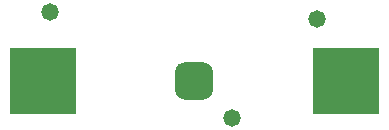
<source format=gbs>
G04 Layer_Color=16711935*
%FSAX24Y24*%
%MOIN*%
G70*
G01*
G75*
%ADD24C,0.0580*%
%ADD25R,0.2245X0.2245*%
G04:AMPARAMS|DCode=26|XSize=126.1mil|YSize=126.1mil|CornerRadius=33.5mil|HoleSize=0mil|Usage=FLASHONLY|Rotation=180.000|XOffset=0mil|YOffset=0mil|HoleType=Round|Shape=RoundedRectangle|*
%AMROUNDEDRECTD26*
21,1,0.1261,0.0591,0,0,180.0*
21,1,0.0591,0.1261,0,0,180.0*
1,1,0.0671,-0.0295,0.0295*
1,1,0.0671,0.0295,0.0295*
1,1,0.0671,0.0295,-0.0295*
1,1,0.0671,-0.0295,-0.0295*
%
%ADD26ROUNDEDRECTD26*%
D24*
X037200Y033050D02*
D03*
X046100Y032800D02*
D03*
X043250Y029500D02*
D03*
D25*
X047050Y030750D02*
D03*
X036950D02*
D03*
D26*
X042000D02*
D03*
M02*

</source>
